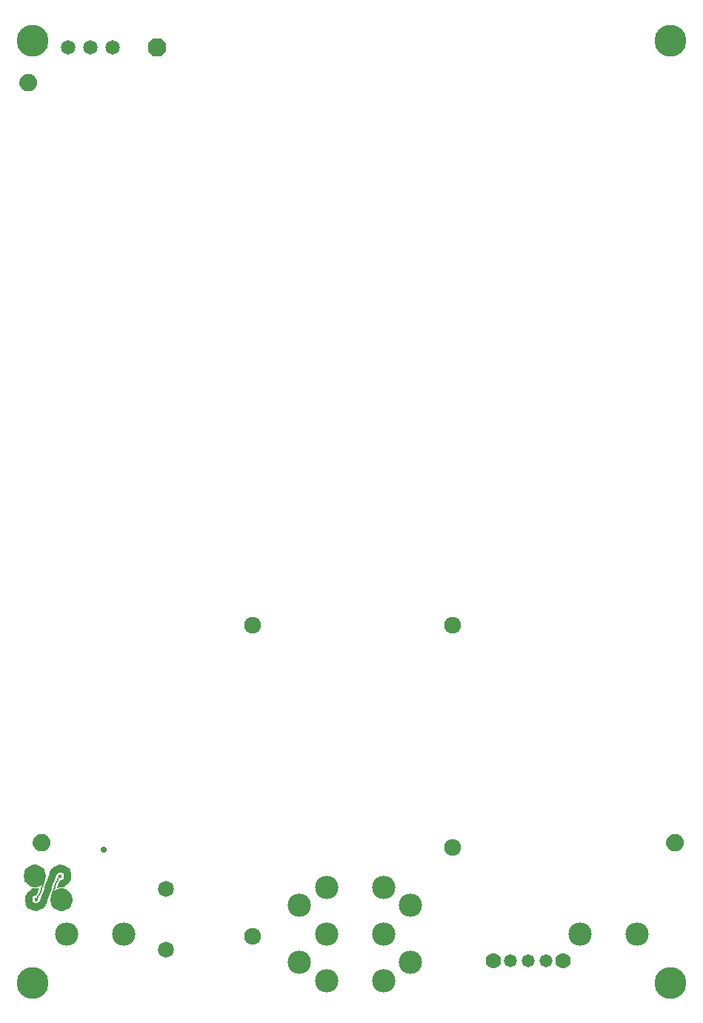
<source format=gbr>
G04 EAGLE Gerber RS-274X export*
G75*
%MOMM*%
%FSLAX34Y34*%
%LPD*%
%INSoldermask Top*%
%IPPOS*%
%AMOC8*
5,1,8,0,0,1.08239X$1,22.5*%
G01*
%ADD10C,1.927000*%
%ADD11C,1.651000*%
%ADD12C,3.643000*%
%ADD13C,1.127000*%
%ADD14C,0.500000*%
%ADD15P,2.226909X8X202.500000*%
%ADD16C,1.777000*%
%ADD17C,1.477000*%
%ADD18R,0.381000X0.076200*%
%ADD19R,0.457200X0.076200*%
%ADD20R,0.914400X0.076200*%
%ADD21R,1.219200X0.076200*%
%ADD22R,1.447800X0.076200*%
%ADD23R,1.524000X0.076200*%
%ADD24R,1.676400X0.076200*%
%ADD25R,1.828800X0.076200*%
%ADD26R,1.981200X0.076200*%
%ADD27R,2.133600X0.076200*%
%ADD28R,2.209800X0.076200*%
%ADD29R,2.286000X0.076200*%
%ADD30R,2.362200X0.076200*%
%ADD31R,2.438400X0.076200*%
%ADD32R,1.066800X0.076200*%
%ADD33R,0.990600X0.076200*%
%ADD34R,2.590800X0.076200*%
%ADD35R,0.838200X0.076200*%
%ADD36R,0.228600X0.076200*%
%ADD37R,0.304800X0.076200*%
%ADD38R,0.152400X0.076200*%
%ADD39R,2.057400X0.076200*%
%ADD40R,1.143000X0.076200*%
%ADD41R,1.752600X0.076200*%
%ADD42R,1.371600X0.076200*%
%ADD43R,0.762000X0.076200*%
%ADD44R,0.533400X0.076200*%
%ADD45C,1.827000*%
%ADD46C,2.667000*%
%ADD47C,0.731000*%


D10*
X500380Y177800D03*
X500380Y431800D03*
X271780Y76200D03*
X271780Y431800D03*
D11*
X111760Y1092200D03*
X86360Y1092200D03*
X60960Y1092200D03*
D12*
X20320Y22860D03*
X749300Y22860D03*
D13*
X754380Y182880D03*
D14*
X754380Y190380D02*
X754199Y190378D01*
X754018Y190371D01*
X753837Y190360D01*
X753656Y190345D01*
X753476Y190325D01*
X753296Y190301D01*
X753117Y190273D01*
X752939Y190240D01*
X752762Y190203D01*
X752585Y190162D01*
X752410Y190117D01*
X752235Y190067D01*
X752062Y190013D01*
X751891Y189955D01*
X751720Y189893D01*
X751552Y189826D01*
X751385Y189756D01*
X751219Y189682D01*
X751056Y189603D01*
X750895Y189521D01*
X750735Y189435D01*
X750578Y189345D01*
X750423Y189251D01*
X750270Y189154D01*
X750120Y189052D01*
X749972Y188948D01*
X749826Y188839D01*
X749684Y188728D01*
X749544Y188612D01*
X749407Y188494D01*
X749272Y188372D01*
X749141Y188247D01*
X749013Y188119D01*
X748888Y187988D01*
X748766Y187853D01*
X748648Y187716D01*
X748532Y187576D01*
X748421Y187434D01*
X748312Y187288D01*
X748208Y187140D01*
X748106Y186990D01*
X748009Y186837D01*
X747915Y186682D01*
X747825Y186525D01*
X747739Y186365D01*
X747657Y186204D01*
X747578Y186041D01*
X747504Y185875D01*
X747434Y185708D01*
X747367Y185540D01*
X747305Y185369D01*
X747247Y185198D01*
X747193Y185025D01*
X747143Y184850D01*
X747098Y184675D01*
X747057Y184498D01*
X747020Y184321D01*
X746987Y184143D01*
X746959Y183964D01*
X746935Y183784D01*
X746915Y183604D01*
X746900Y183423D01*
X746889Y183242D01*
X746882Y183061D01*
X746880Y182880D01*
X754380Y190380D02*
X754561Y190378D01*
X754742Y190371D01*
X754923Y190360D01*
X755104Y190345D01*
X755284Y190325D01*
X755464Y190301D01*
X755643Y190273D01*
X755821Y190240D01*
X755998Y190203D01*
X756175Y190162D01*
X756350Y190117D01*
X756525Y190067D01*
X756698Y190013D01*
X756869Y189955D01*
X757040Y189893D01*
X757208Y189826D01*
X757375Y189756D01*
X757541Y189682D01*
X757704Y189603D01*
X757865Y189521D01*
X758025Y189435D01*
X758182Y189345D01*
X758337Y189251D01*
X758490Y189154D01*
X758640Y189052D01*
X758788Y188948D01*
X758934Y188839D01*
X759076Y188728D01*
X759216Y188612D01*
X759353Y188494D01*
X759488Y188372D01*
X759619Y188247D01*
X759747Y188119D01*
X759872Y187988D01*
X759994Y187853D01*
X760112Y187716D01*
X760228Y187576D01*
X760339Y187434D01*
X760448Y187288D01*
X760552Y187140D01*
X760654Y186990D01*
X760751Y186837D01*
X760845Y186682D01*
X760935Y186525D01*
X761021Y186365D01*
X761103Y186204D01*
X761182Y186041D01*
X761256Y185875D01*
X761326Y185708D01*
X761393Y185540D01*
X761455Y185369D01*
X761513Y185198D01*
X761567Y185025D01*
X761617Y184850D01*
X761662Y184675D01*
X761703Y184498D01*
X761740Y184321D01*
X761773Y184143D01*
X761801Y183964D01*
X761825Y183784D01*
X761845Y183604D01*
X761860Y183423D01*
X761871Y183242D01*
X761878Y183061D01*
X761880Y182880D01*
X761878Y182699D01*
X761871Y182518D01*
X761860Y182337D01*
X761845Y182156D01*
X761825Y181976D01*
X761801Y181796D01*
X761773Y181617D01*
X761740Y181439D01*
X761703Y181262D01*
X761662Y181085D01*
X761617Y180910D01*
X761567Y180735D01*
X761513Y180562D01*
X761455Y180391D01*
X761393Y180220D01*
X761326Y180052D01*
X761256Y179885D01*
X761182Y179719D01*
X761103Y179556D01*
X761021Y179395D01*
X760935Y179235D01*
X760845Y179078D01*
X760751Y178923D01*
X760654Y178770D01*
X760552Y178620D01*
X760448Y178472D01*
X760339Y178326D01*
X760228Y178184D01*
X760112Y178044D01*
X759994Y177907D01*
X759872Y177772D01*
X759747Y177641D01*
X759619Y177513D01*
X759488Y177388D01*
X759353Y177266D01*
X759216Y177148D01*
X759076Y177032D01*
X758934Y176921D01*
X758788Y176812D01*
X758640Y176708D01*
X758490Y176606D01*
X758337Y176509D01*
X758182Y176415D01*
X758025Y176325D01*
X757865Y176239D01*
X757704Y176157D01*
X757541Y176078D01*
X757375Y176004D01*
X757208Y175934D01*
X757040Y175867D01*
X756869Y175805D01*
X756698Y175747D01*
X756525Y175693D01*
X756350Y175643D01*
X756175Y175598D01*
X755998Y175557D01*
X755821Y175520D01*
X755643Y175487D01*
X755464Y175459D01*
X755284Y175435D01*
X755104Y175415D01*
X754923Y175400D01*
X754742Y175389D01*
X754561Y175382D01*
X754380Y175380D01*
X754199Y175382D01*
X754018Y175389D01*
X753837Y175400D01*
X753656Y175415D01*
X753476Y175435D01*
X753296Y175459D01*
X753117Y175487D01*
X752939Y175520D01*
X752762Y175557D01*
X752585Y175598D01*
X752410Y175643D01*
X752235Y175693D01*
X752062Y175747D01*
X751891Y175805D01*
X751720Y175867D01*
X751552Y175934D01*
X751385Y176004D01*
X751219Y176078D01*
X751056Y176157D01*
X750895Y176239D01*
X750735Y176325D01*
X750578Y176415D01*
X750423Y176509D01*
X750270Y176606D01*
X750120Y176708D01*
X749972Y176812D01*
X749826Y176921D01*
X749684Y177032D01*
X749544Y177148D01*
X749407Y177266D01*
X749272Y177388D01*
X749141Y177513D01*
X749013Y177641D01*
X748888Y177772D01*
X748766Y177907D01*
X748648Y178044D01*
X748532Y178184D01*
X748421Y178326D01*
X748312Y178472D01*
X748208Y178620D01*
X748106Y178770D01*
X748009Y178923D01*
X747915Y179078D01*
X747825Y179235D01*
X747739Y179395D01*
X747657Y179556D01*
X747578Y179719D01*
X747504Y179885D01*
X747434Y180052D01*
X747367Y180220D01*
X747305Y180391D01*
X747247Y180562D01*
X747193Y180735D01*
X747143Y180910D01*
X747098Y181085D01*
X747057Y181262D01*
X747020Y181439D01*
X746987Y181617D01*
X746959Y181796D01*
X746935Y181976D01*
X746915Y182156D01*
X746900Y182337D01*
X746889Y182518D01*
X746882Y182699D01*
X746880Y182880D01*
D13*
X15240Y1051560D03*
D14*
X15240Y1059060D02*
X15059Y1059058D01*
X14878Y1059051D01*
X14697Y1059040D01*
X14516Y1059025D01*
X14336Y1059005D01*
X14156Y1058981D01*
X13977Y1058953D01*
X13799Y1058920D01*
X13622Y1058883D01*
X13445Y1058842D01*
X13270Y1058797D01*
X13095Y1058747D01*
X12922Y1058693D01*
X12751Y1058635D01*
X12580Y1058573D01*
X12412Y1058506D01*
X12245Y1058436D01*
X12079Y1058362D01*
X11916Y1058283D01*
X11755Y1058201D01*
X11595Y1058115D01*
X11438Y1058025D01*
X11283Y1057931D01*
X11130Y1057834D01*
X10980Y1057732D01*
X10832Y1057628D01*
X10686Y1057519D01*
X10544Y1057408D01*
X10404Y1057292D01*
X10267Y1057174D01*
X10132Y1057052D01*
X10001Y1056927D01*
X9873Y1056799D01*
X9748Y1056668D01*
X9626Y1056533D01*
X9508Y1056396D01*
X9392Y1056256D01*
X9281Y1056114D01*
X9172Y1055968D01*
X9068Y1055820D01*
X8966Y1055670D01*
X8869Y1055517D01*
X8775Y1055362D01*
X8685Y1055205D01*
X8599Y1055045D01*
X8517Y1054884D01*
X8438Y1054721D01*
X8364Y1054555D01*
X8294Y1054388D01*
X8227Y1054220D01*
X8165Y1054049D01*
X8107Y1053878D01*
X8053Y1053705D01*
X8003Y1053530D01*
X7958Y1053355D01*
X7917Y1053178D01*
X7880Y1053001D01*
X7847Y1052823D01*
X7819Y1052644D01*
X7795Y1052464D01*
X7775Y1052284D01*
X7760Y1052103D01*
X7749Y1051922D01*
X7742Y1051741D01*
X7740Y1051560D01*
X15240Y1059060D02*
X15421Y1059058D01*
X15602Y1059051D01*
X15783Y1059040D01*
X15964Y1059025D01*
X16144Y1059005D01*
X16324Y1058981D01*
X16503Y1058953D01*
X16681Y1058920D01*
X16858Y1058883D01*
X17035Y1058842D01*
X17210Y1058797D01*
X17385Y1058747D01*
X17558Y1058693D01*
X17729Y1058635D01*
X17900Y1058573D01*
X18068Y1058506D01*
X18235Y1058436D01*
X18401Y1058362D01*
X18564Y1058283D01*
X18725Y1058201D01*
X18885Y1058115D01*
X19042Y1058025D01*
X19197Y1057931D01*
X19350Y1057834D01*
X19500Y1057732D01*
X19648Y1057628D01*
X19794Y1057519D01*
X19936Y1057408D01*
X20076Y1057292D01*
X20213Y1057174D01*
X20348Y1057052D01*
X20479Y1056927D01*
X20607Y1056799D01*
X20732Y1056668D01*
X20854Y1056533D01*
X20972Y1056396D01*
X21088Y1056256D01*
X21199Y1056114D01*
X21308Y1055968D01*
X21412Y1055820D01*
X21514Y1055670D01*
X21611Y1055517D01*
X21705Y1055362D01*
X21795Y1055205D01*
X21881Y1055045D01*
X21963Y1054884D01*
X22042Y1054721D01*
X22116Y1054555D01*
X22186Y1054388D01*
X22253Y1054220D01*
X22315Y1054049D01*
X22373Y1053878D01*
X22427Y1053705D01*
X22477Y1053530D01*
X22522Y1053355D01*
X22563Y1053178D01*
X22600Y1053001D01*
X22633Y1052823D01*
X22661Y1052644D01*
X22685Y1052464D01*
X22705Y1052284D01*
X22720Y1052103D01*
X22731Y1051922D01*
X22738Y1051741D01*
X22740Y1051560D01*
X22738Y1051379D01*
X22731Y1051198D01*
X22720Y1051017D01*
X22705Y1050836D01*
X22685Y1050656D01*
X22661Y1050476D01*
X22633Y1050297D01*
X22600Y1050119D01*
X22563Y1049942D01*
X22522Y1049765D01*
X22477Y1049590D01*
X22427Y1049415D01*
X22373Y1049242D01*
X22315Y1049071D01*
X22253Y1048900D01*
X22186Y1048732D01*
X22116Y1048565D01*
X22042Y1048399D01*
X21963Y1048236D01*
X21881Y1048075D01*
X21795Y1047915D01*
X21705Y1047758D01*
X21611Y1047603D01*
X21514Y1047450D01*
X21412Y1047300D01*
X21308Y1047152D01*
X21199Y1047006D01*
X21088Y1046864D01*
X20972Y1046724D01*
X20854Y1046587D01*
X20732Y1046452D01*
X20607Y1046321D01*
X20479Y1046193D01*
X20348Y1046068D01*
X20213Y1045946D01*
X20076Y1045828D01*
X19936Y1045712D01*
X19794Y1045601D01*
X19648Y1045492D01*
X19500Y1045388D01*
X19350Y1045286D01*
X19197Y1045189D01*
X19042Y1045095D01*
X18885Y1045005D01*
X18725Y1044919D01*
X18564Y1044837D01*
X18401Y1044758D01*
X18235Y1044684D01*
X18068Y1044614D01*
X17900Y1044547D01*
X17729Y1044485D01*
X17558Y1044427D01*
X17385Y1044373D01*
X17210Y1044323D01*
X17035Y1044278D01*
X16858Y1044237D01*
X16681Y1044200D01*
X16503Y1044167D01*
X16324Y1044139D01*
X16144Y1044115D01*
X15964Y1044095D01*
X15783Y1044080D01*
X15602Y1044069D01*
X15421Y1044062D01*
X15240Y1044060D01*
X15059Y1044062D01*
X14878Y1044069D01*
X14697Y1044080D01*
X14516Y1044095D01*
X14336Y1044115D01*
X14156Y1044139D01*
X13977Y1044167D01*
X13799Y1044200D01*
X13622Y1044237D01*
X13445Y1044278D01*
X13270Y1044323D01*
X13095Y1044373D01*
X12922Y1044427D01*
X12751Y1044485D01*
X12580Y1044547D01*
X12412Y1044614D01*
X12245Y1044684D01*
X12079Y1044758D01*
X11916Y1044837D01*
X11755Y1044919D01*
X11595Y1045005D01*
X11438Y1045095D01*
X11283Y1045189D01*
X11130Y1045286D01*
X10980Y1045388D01*
X10832Y1045492D01*
X10686Y1045601D01*
X10544Y1045712D01*
X10404Y1045828D01*
X10267Y1045946D01*
X10132Y1046068D01*
X10001Y1046193D01*
X9873Y1046321D01*
X9748Y1046452D01*
X9626Y1046587D01*
X9508Y1046724D01*
X9392Y1046864D01*
X9281Y1047006D01*
X9172Y1047152D01*
X9068Y1047300D01*
X8966Y1047450D01*
X8869Y1047603D01*
X8775Y1047758D01*
X8685Y1047915D01*
X8599Y1048075D01*
X8517Y1048236D01*
X8438Y1048399D01*
X8364Y1048565D01*
X8294Y1048732D01*
X8227Y1048900D01*
X8165Y1049071D01*
X8107Y1049242D01*
X8053Y1049415D01*
X8003Y1049590D01*
X7958Y1049765D01*
X7917Y1049942D01*
X7880Y1050119D01*
X7847Y1050297D01*
X7819Y1050476D01*
X7795Y1050656D01*
X7775Y1050836D01*
X7760Y1051017D01*
X7749Y1051198D01*
X7742Y1051379D01*
X7740Y1051560D01*
D12*
X20320Y1099820D03*
X749300Y1099820D03*
D15*
X162560Y1092200D03*
D13*
X30480Y182880D03*
D14*
X30480Y190380D02*
X30299Y190378D01*
X30118Y190371D01*
X29937Y190360D01*
X29756Y190345D01*
X29576Y190325D01*
X29396Y190301D01*
X29217Y190273D01*
X29039Y190240D01*
X28862Y190203D01*
X28685Y190162D01*
X28510Y190117D01*
X28335Y190067D01*
X28162Y190013D01*
X27991Y189955D01*
X27820Y189893D01*
X27652Y189826D01*
X27485Y189756D01*
X27319Y189682D01*
X27156Y189603D01*
X26995Y189521D01*
X26835Y189435D01*
X26678Y189345D01*
X26523Y189251D01*
X26370Y189154D01*
X26220Y189052D01*
X26072Y188948D01*
X25926Y188839D01*
X25784Y188728D01*
X25644Y188612D01*
X25507Y188494D01*
X25372Y188372D01*
X25241Y188247D01*
X25113Y188119D01*
X24988Y187988D01*
X24866Y187853D01*
X24748Y187716D01*
X24632Y187576D01*
X24521Y187434D01*
X24412Y187288D01*
X24308Y187140D01*
X24206Y186990D01*
X24109Y186837D01*
X24015Y186682D01*
X23925Y186525D01*
X23839Y186365D01*
X23757Y186204D01*
X23678Y186041D01*
X23604Y185875D01*
X23534Y185708D01*
X23467Y185540D01*
X23405Y185369D01*
X23347Y185198D01*
X23293Y185025D01*
X23243Y184850D01*
X23198Y184675D01*
X23157Y184498D01*
X23120Y184321D01*
X23087Y184143D01*
X23059Y183964D01*
X23035Y183784D01*
X23015Y183604D01*
X23000Y183423D01*
X22989Y183242D01*
X22982Y183061D01*
X22980Y182880D01*
X30480Y190380D02*
X30661Y190378D01*
X30842Y190371D01*
X31023Y190360D01*
X31204Y190345D01*
X31384Y190325D01*
X31564Y190301D01*
X31743Y190273D01*
X31921Y190240D01*
X32098Y190203D01*
X32275Y190162D01*
X32450Y190117D01*
X32625Y190067D01*
X32798Y190013D01*
X32969Y189955D01*
X33140Y189893D01*
X33308Y189826D01*
X33475Y189756D01*
X33641Y189682D01*
X33804Y189603D01*
X33965Y189521D01*
X34125Y189435D01*
X34282Y189345D01*
X34437Y189251D01*
X34590Y189154D01*
X34740Y189052D01*
X34888Y188948D01*
X35034Y188839D01*
X35176Y188728D01*
X35316Y188612D01*
X35453Y188494D01*
X35588Y188372D01*
X35719Y188247D01*
X35847Y188119D01*
X35972Y187988D01*
X36094Y187853D01*
X36212Y187716D01*
X36328Y187576D01*
X36439Y187434D01*
X36548Y187288D01*
X36652Y187140D01*
X36754Y186990D01*
X36851Y186837D01*
X36945Y186682D01*
X37035Y186525D01*
X37121Y186365D01*
X37203Y186204D01*
X37282Y186041D01*
X37356Y185875D01*
X37426Y185708D01*
X37493Y185540D01*
X37555Y185369D01*
X37613Y185198D01*
X37667Y185025D01*
X37717Y184850D01*
X37762Y184675D01*
X37803Y184498D01*
X37840Y184321D01*
X37873Y184143D01*
X37901Y183964D01*
X37925Y183784D01*
X37945Y183604D01*
X37960Y183423D01*
X37971Y183242D01*
X37978Y183061D01*
X37980Y182880D01*
X37978Y182699D01*
X37971Y182518D01*
X37960Y182337D01*
X37945Y182156D01*
X37925Y181976D01*
X37901Y181796D01*
X37873Y181617D01*
X37840Y181439D01*
X37803Y181262D01*
X37762Y181085D01*
X37717Y180910D01*
X37667Y180735D01*
X37613Y180562D01*
X37555Y180391D01*
X37493Y180220D01*
X37426Y180052D01*
X37356Y179885D01*
X37282Y179719D01*
X37203Y179556D01*
X37121Y179395D01*
X37035Y179235D01*
X36945Y179078D01*
X36851Y178923D01*
X36754Y178770D01*
X36652Y178620D01*
X36548Y178472D01*
X36439Y178326D01*
X36328Y178184D01*
X36212Y178044D01*
X36094Y177907D01*
X35972Y177772D01*
X35847Y177641D01*
X35719Y177513D01*
X35588Y177388D01*
X35453Y177266D01*
X35316Y177148D01*
X35176Y177032D01*
X35034Y176921D01*
X34888Y176812D01*
X34740Y176708D01*
X34590Y176606D01*
X34437Y176509D01*
X34282Y176415D01*
X34125Y176325D01*
X33965Y176239D01*
X33804Y176157D01*
X33641Y176078D01*
X33475Y176004D01*
X33308Y175934D01*
X33140Y175867D01*
X32969Y175805D01*
X32798Y175747D01*
X32625Y175693D01*
X32450Y175643D01*
X32275Y175598D01*
X32098Y175557D01*
X31921Y175520D01*
X31743Y175487D01*
X31564Y175459D01*
X31384Y175435D01*
X31204Y175415D01*
X31023Y175400D01*
X30842Y175389D01*
X30661Y175382D01*
X30480Y175380D01*
X30299Y175382D01*
X30118Y175389D01*
X29937Y175400D01*
X29756Y175415D01*
X29576Y175435D01*
X29396Y175459D01*
X29217Y175487D01*
X29039Y175520D01*
X28862Y175557D01*
X28685Y175598D01*
X28510Y175643D01*
X28335Y175693D01*
X28162Y175747D01*
X27991Y175805D01*
X27820Y175867D01*
X27652Y175934D01*
X27485Y176004D01*
X27319Y176078D01*
X27156Y176157D01*
X26995Y176239D01*
X26835Y176325D01*
X26678Y176415D01*
X26523Y176509D01*
X26370Y176606D01*
X26220Y176708D01*
X26072Y176812D01*
X25926Y176921D01*
X25784Y177032D01*
X25644Y177148D01*
X25507Y177266D01*
X25372Y177388D01*
X25241Y177513D01*
X25113Y177641D01*
X24988Y177772D01*
X24866Y177907D01*
X24748Y178044D01*
X24632Y178184D01*
X24521Y178326D01*
X24412Y178472D01*
X24308Y178620D01*
X24206Y178770D01*
X24109Y178923D01*
X24015Y179078D01*
X23925Y179235D01*
X23839Y179395D01*
X23757Y179556D01*
X23678Y179719D01*
X23604Y179885D01*
X23534Y180052D01*
X23467Y180220D01*
X23405Y180391D01*
X23347Y180562D01*
X23293Y180735D01*
X23243Y180910D01*
X23198Y181085D01*
X23157Y181262D01*
X23120Y181439D01*
X23087Y181617D01*
X23059Y181796D01*
X23035Y181976D01*
X23015Y182156D01*
X23000Y182337D01*
X22989Y182518D01*
X22982Y182699D01*
X22980Y182880D01*
D16*
X626740Y48260D03*
X546740Y48260D03*
D17*
X606740Y48260D03*
X586740Y48260D03*
X566740Y48260D03*
D18*
X24257Y104521D03*
D19*
X52832Y104521D03*
D20*
X23876Y105283D03*
X52832Y105283D03*
D21*
X23876Y106045D03*
X52832Y106045D03*
D22*
X24257Y106807D03*
D23*
X52832Y106807D03*
D24*
X23876Y107569D03*
X52832Y107569D03*
D25*
X23876Y108331D03*
X52832Y108331D03*
D26*
X23876Y109093D03*
X52832Y109093D03*
D27*
X23876Y109855D03*
X52832Y109855D03*
D28*
X24257Y110617D03*
D27*
X52832Y110617D03*
D29*
X23876Y111379D03*
X52832Y111379D03*
D30*
X24257Y112141D03*
D29*
X52832Y112141D03*
D30*
X24257Y112903D03*
D31*
X52832Y112903D03*
D32*
X17018Y113665D03*
D33*
X31115Y113665D03*
D31*
X52832Y113665D03*
D20*
X16256Y114427D03*
D33*
X31877Y114427D03*
D31*
X52832Y114427D03*
D20*
X16256Y115189D03*
X32258Y115189D03*
D34*
X52832Y115189D03*
D35*
X15875Y115951D03*
D36*
X24257Y115951D03*
D35*
X32639Y115951D03*
D34*
X52832Y115951D03*
D35*
X15875Y116713D03*
D18*
X24257Y116713D03*
D20*
X33020Y116713D03*
D34*
X52832Y116713D03*
D35*
X15875Y117475D03*
D18*
X24257Y117475D03*
D20*
X33020Y117475D03*
D34*
X52832Y117475D03*
D35*
X15875Y118237D03*
D18*
X24257Y118237D03*
D20*
X33782Y118237D03*
D34*
X52832Y118237D03*
D35*
X15875Y118999D03*
D37*
X24638Y118999D03*
D20*
X33782Y118999D03*
D34*
X52832Y118999D03*
D20*
X16256Y119761D03*
D36*
X25781Y119761D03*
D20*
X33782Y119761D03*
D31*
X52832Y119761D03*
D20*
X16256Y120523D03*
D36*
X26543Y120523D03*
D20*
X34544Y120523D03*
D31*
X52832Y120523D03*
D32*
X17018Y121285D03*
D36*
X26543Y121285D03*
D20*
X34544Y121285D03*
D31*
X52832Y121285D03*
D21*
X18542Y122047D03*
D36*
X27305Y122047D03*
D35*
X34925Y122047D03*
D30*
X53213Y122047D03*
D21*
X18542Y122809D03*
D36*
X28067Y122809D03*
D20*
X35306Y122809D03*
D29*
X52832Y122809D03*
D21*
X19304Y123571D03*
D36*
X28067Y123571D03*
D20*
X35306Y123571D03*
D29*
X52832Y123571D03*
D21*
X19304Y124333D03*
D38*
X28448Y124333D03*
D35*
X35687Y124333D03*
D27*
X52832Y124333D03*
D21*
X20066Y125095D03*
D36*
X28829Y125095D03*
D20*
X36068Y125095D03*
D39*
X52451Y125095D03*
D40*
X20447Y125857D03*
D38*
X29210Y125857D03*
D20*
X36068Y125857D03*
D26*
X52070Y125857D03*
D32*
X20828Y126619D03*
D38*
X29210Y126619D03*
D20*
X36830Y126619D03*
D25*
X52070Y126619D03*
D32*
X21590Y127381D03*
D36*
X29591Y127381D03*
D20*
X36830Y127381D03*
D41*
X51689Y127381D03*
D20*
X22352Y128143D03*
D38*
X29972Y128143D03*
D20*
X36830Y128143D03*
D36*
X44069Y128143D03*
D42*
X52832Y128143D03*
D20*
X23114Y128905D03*
D38*
X29972Y128905D03*
D20*
X37592Y128905D03*
D38*
X44450Y128905D03*
D32*
X52832Y128905D03*
D43*
X23876Y129667D03*
D36*
X30353Y129667D03*
D20*
X37592Y129667D03*
D36*
X44831Y129667D03*
D44*
X53213Y129667D03*
D36*
X26543Y130429D03*
D38*
X30734Y130429D03*
D20*
X37592Y130429D03*
D38*
X45212Y130429D03*
X30734Y131191D03*
D20*
X38354Y131191D03*
D38*
X45212Y131191D03*
D36*
X49403Y131191D03*
D44*
X22733Y131953D03*
D36*
X31115Y131953D03*
D20*
X38354Y131953D03*
D36*
X45593Y131953D03*
D43*
X52070Y131953D03*
D32*
X23114Y132715D03*
D38*
X31496Y132715D03*
D20*
X38354Y132715D03*
D38*
X45974Y132715D03*
D20*
X52832Y132715D03*
D42*
X23114Y133477D03*
D36*
X31877Y133477D03*
D20*
X39116Y133477D03*
D38*
X45974Y133477D03*
D20*
X53594Y133477D03*
D41*
X24257Y134239D03*
D20*
X39116Y134239D03*
D36*
X46355Y134239D03*
D32*
X54356Y134239D03*
D25*
X23876Y135001D03*
D20*
X39116Y135001D03*
D38*
X46736Y135001D03*
D32*
X55118Y135001D03*
D26*
X23876Y135763D03*
D20*
X39878Y135763D03*
D38*
X46736Y135763D03*
D40*
X55499Y135763D03*
D39*
X23495Y136525D03*
D20*
X39878Y136525D03*
D36*
X47117Y136525D03*
D21*
X55880Y136525D03*
D27*
X23114Y137287D03*
D35*
X40259Y137287D03*
D38*
X47498Y137287D03*
D21*
X56642Y137287D03*
D29*
X23114Y138049D03*
D20*
X40640Y138049D03*
D36*
X47879Y138049D03*
D21*
X56642Y138049D03*
D29*
X23114Y138811D03*
D20*
X40640Y138811D03*
D36*
X47879Y138811D03*
D21*
X57404Y138811D03*
D30*
X22733Y139573D03*
D35*
X41021Y139573D03*
D36*
X48641Y139573D03*
D21*
X57404Y139573D03*
D31*
X23114Y140335D03*
D20*
X41402Y140335D03*
D36*
X49403Y140335D03*
D32*
X58928Y140335D03*
D31*
X23114Y141097D03*
D20*
X41402Y141097D03*
D36*
X49403Y141097D03*
D20*
X59690Y141097D03*
D31*
X23114Y141859D03*
D20*
X42164Y141859D03*
D36*
X50165Y141859D03*
D20*
X59690Y141859D03*
D34*
X23114Y142621D03*
D20*
X42164Y142621D03*
D37*
X51308Y142621D03*
D35*
X60071Y142621D03*
D34*
X23114Y143383D03*
D20*
X42164Y143383D03*
D18*
X51689Y143383D03*
D35*
X60071Y143383D03*
D34*
X23114Y144145D03*
D20*
X42926Y144145D03*
D18*
X51689Y144145D03*
D35*
X60071Y144145D03*
D34*
X23114Y144907D03*
D20*
X42926Y144907D03*
D18*
X51689Y144907D03*
D35*
X60071Y144907D03*
D34*
X23114Y145669D03*
D35*
X43307Y145669D03*
D36*
X51689Y145669D03*
D35*
X60071Y145669D03*
D34*
X23114Y146431D03*
D20*
X43688Y146431D03*
X59690Y146431D03*
D31*
X23114Y147193D03*
D33*
X44069Y147193D03*
D20*
X59690Y147193D03*
D31*
X23114Y147955D03*
D33*
X44831Y147955D03*
D32*
X58928Y147955D03*
D31*
X23114Y148717D03*
D30*
X51689Y148717D03*
D29*
X23114Y149479D03*
D30*
X51689Y149479D03*
D29*
X23114Y150241D03*
X52070Y150241D03*
D27*
X23114Y151003D03*
D28*
X51689Y151003D03*
D27*
X23114Y151765D03*
X52070Y151765D03*
D26*
X23114Y152527D03*
X52070Y152527D03*
D25*
X23114Y153289D03*
X52070Y153289D03*
D24*
X23114Y154051D03*
X52070Y154051D03*
D23*
X23114Y154813D03*
D22*
X51689Y154813D03*
D21*
X23114Y155575D03*
X52070Y155575D03*
D20*
X23114Y156337D03*
X52070Y156337D03*
D19*
X23114Y157099D03*
D18*
X51689Y157099D03*
D45*
X172720Y60210D03*
X172720Y130210D03*
D46*
X325120Y46240D03*
X325120Y111240D03*
X421120Y25400D03*
X356120Y25400D03*
X421120Y132080D03*
X356120Y132080D03*
X452120Y111240D03*
X452120Y46240D03*
X421120Y78740D03*
X356120Y78740D03*
X58940Y78740D03*
X123940Y78740D03*
X710680Y78740D03*
X645680Y78740D03*
D47*
X101600Y175260D03*
M02*

</source>
